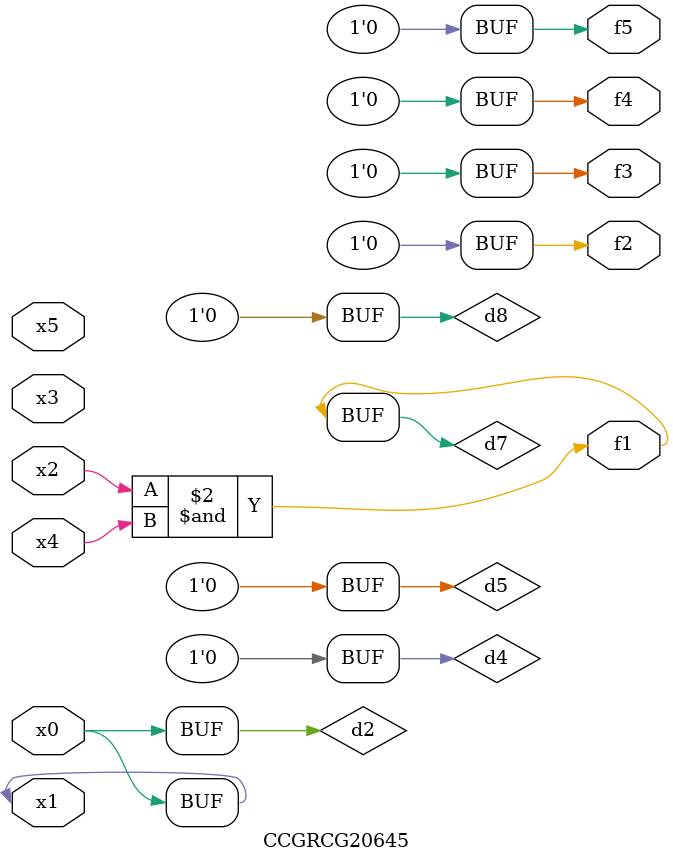
<source format=v>
module CCGRCG20645(
	input x0, x1, x2, x3, x4, x5,
	output f1, f2, f3, f4, f5
);

	wire d1, d2, d3, d4, d5, d6, d7, d8, d9;

	nand (d1, x1);
	buf (d2, x0, x1);
	nand (d3, x2, x4);
	and (d4, d1, d2);
	and (d5, d1, d2);
	nand (d6, d1, d3);
	not (d7, d3);
	xor (d8, d5);
	nor (d9, d5, d6);
	assign f1 = d7;
	assign f2 = d8;
	assign f3 = d8;
	assign f4 = d8;
	assign f5 = d8;
endmodule

</source>
